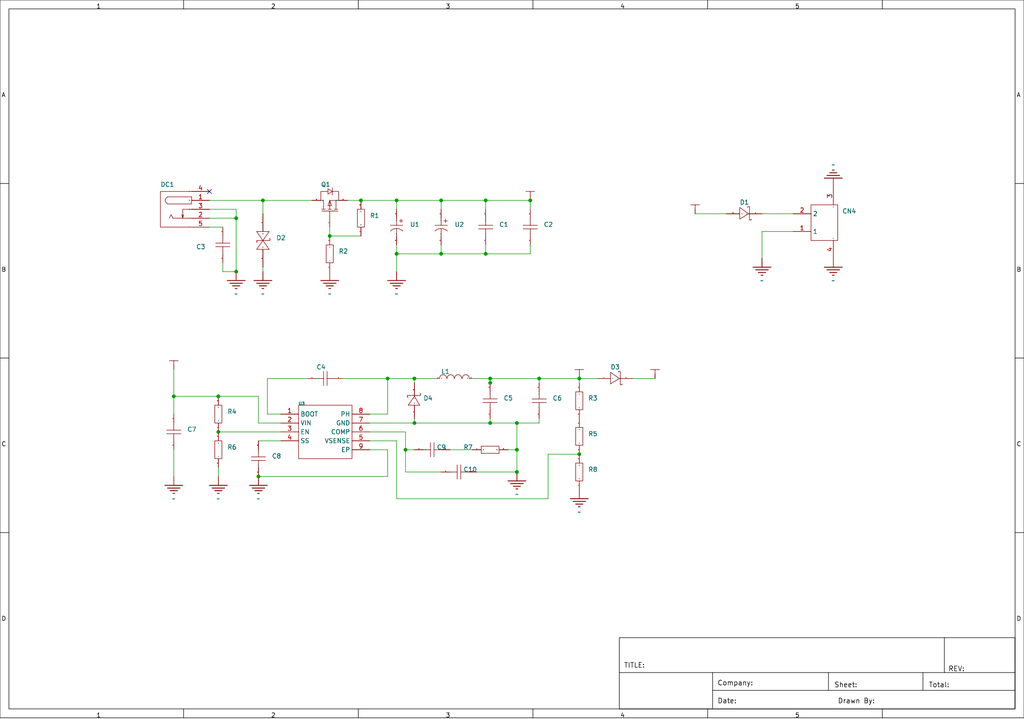
<source format=kicad_sch>
(kicad_sch (version 20231120) (generator "eeschema") (generator_version "8.0")
  (paper "User" 291.846 205.029)
  (lib_symbols
    (symbol "5-Voltage_1" (power) (pin_numbers hide) (pin_names hide)
      (symbol "5-Voltage_1_1_0"
        (polyline (pts (xy -1.27 2.54) (xy 1.27 2.54)))
        (polyline (pts (xy 0 2.54) (xy 0 1.27)))
        (pin power_in line (at 0 0 90) (length 1.27) (name "DCIN-5V") (number "1"))
      )
    )
    (symbol "5-Voltage_2" (power) (pin_numbers hide) (pin_names hide)
      (symbol "5-Voltage_2_1_0"
        (polyline (pts (xy -1.27 2.54) (xy 1.27 2.54)))
        (polyline (pts (xy 0 2.54) (xy 0 1.27)))
        (pin power_in line (at 0 0 90) (length 1.27) (name "VBUS") (number "1"))
      )
    )
    (symbol "5-Voltage_3" (power) (pin_numbers hide) (pin_names hide)
      (symbol "5-Voltage_3_1_0"
        (polyline (pts (xy -1.27 2.54) (xy 1.27 2.54)))
        (polyline (pts (xy 0 2.54) (xy 0 1.27)))
        (pin power_in line (at 0 0 90) (length 1.27) (name "VBUS") (number "1"))
      )
    )
    (symbol "AvaotaA1-easyedapro:0533980271"
      (property "Reference" "CN" (at 0 0 0))
      (symbol "0533980271_1_0"
        (rectangle (start -1.27 -5.08) (end 6.35 5.08))
        (pin unspecified line (at -6.35 2.54 0) (length 5.08) (name "1") (number "1"))
        (pin unspecified line (at -6.35 -2.54 0) (length 5.08) (name "2") (number "2"))
        (pin unspecified line (at 5.08 -10.16 90) (length 5.08) (name "3") (number "3"))
        (pin unspecified line (at 5.08 10.16 270) (length 5.08) (name "4") (number "4"))
      )
    )
    (symbol "AvaotaA1-easyedapro:5-Voltage" (power) (pin_numbers hide) (pin_names hide)
      (symbol "5-Voltage_1_0"
        (polyline (pts (xy -1.27 2.54) (xy 1.27 2.54)))
        (polyline (pts (xy 0 2.54) (xy 0 1.27)))
        (pin power_in line (at 0 0 90) (length 1.27) (name "DCIN-12V") (number "1"))
      )
    )
    (symbol "AvaotaA1-easyedapro:B5819WS_C22624"
      (property "Reference" "D" (at 0 0 0))
      (symbol "B5819WS_C22624_1_0"
        (polyline (pts (xy 1.27 1.524) (xy -1.27 0) (xy -1.27 0) (xy 1.27 -1.778) (xy 1.27 -1.778) (xy 1.27 1.524)))
        (polyline (pts (xy -2.032 1.524) (xy -2.032 1.778) (xy -2.032 1.778) (xy -1.524 1.778) (xy -1.524 1.778) (xy -1.524 -2.032) (xy -1.524 -2.032) (xy -1.016 -2.032) (xy -1.016 -2.032) (xy -1.016 -1.778)))
        (pin unspecified line (at -5.08 0 0) (length 3.81) (name "K") (number "1"))
        (pin unspecified line (at 5.08 0 180) (length 3.81) (name "A") (number "2"))
      )
    )
    (symbol "AvaotaA1-easyedapro:CapAcitance"
      (symbol "CapAcitance_1_0"
        (polyline (pts (xy -0.508 -2.032) (xy -0.508 2.032)))
        (polyline (pts (xy -0.508 0) (xy -2.54 0)))
        (polyline (pts (xy 0.508 2.032) (xy 0.508 -2.032)))
        (polyline (pts (xy 2.54 0) (xy 0.508 0)))
        (pin input line (at -5.08 0 0) (length 2.54) (name "1") (number "1"))
        (pin input line (at 5.08 0 180) (length 2.54) (name "2") (number "2"))
      )
    )
    (symbol "AvaotaA1-easyedapro:DC-044A-A200"
      (property "Reference" "DC" (at 0 0 0))
      (symbol "DC-044A-A200_1_0"
        (polyline (pts (xy 0 -2.54) (xy -0.254 -1.524)))
        (polyline (pts (xy 0 -2.54) (xy 0.254 -1.524)))
        (polyline (pts (xy 2.54 3.556) (xy -4.318 3.556)))
        (polyline (pts (xy 2.54 0) (xy 0 0) (xy 0 0) (xy 0 -2.54)))
        (polyline (pts (xy 2.54 3.556) (xy 2.54 1.524) (xy 2.54 1.524) (xy -4.318 1.524)))
        (polyline (pts (xy 2.54 -2.54) (xy -2.794 -2.54) (xy -2.794 -2.54) (xy -3.302 -1.524) (xy -3.302 -1.524) (xy -3.81 -2.54)))
        (polyline (pts (xy 2.54 5.08) (xy -6.35 5.08) (xy -6.35 5.08) (xy -6.35 -5.08) (xy -6.35 -5.08) (xy 2.54 -5.08)))
        (polyline (pts (xy -4.318 3.556) (xy -4.3688 3.5052) (xy -4.3688 3.5052) (xy -4.445 3.4544) (xy -4.445 3.4544) (xy -4.4958 3.4036) (xy -4.4958 3.4036) (xy -4.5466 3.3528) (xy -4.5466 3.3528) (xy -4.5974 3.302) (xy -4.5974 3.302) (xy -4.6482 3.2512) (xy -4.6482 3.2512) (xy -4.699 3.2004) (xy -4.699 3.2004) (xy -4.7498 3.175) (xy -4.7498 3.175) (xy -4.7752 3.1242) (xy -4.7752 3.1242) (xy -4.826 3.0734) (xy -4.826 3.0734) (xy -4.8514 3.0226) (xy -4.8514 3.0226) (xy -4.8768 2.9718) (xy -4.8768 2.9718) (xy -4.9022 2.921) (xy -4.9022 2.921) (xy -4.9276 2.8956) (xy -4.9276 2.8956) (xy -4.9276 2.8448) (xy -4.9276 2.8448) (xy -4.953 2.794) (xy -4.953 2.794) (xy -4.953 2.7432) (xy -4.953 2.7432) (xy -4.9784 2.7178) (xy -4.9784 2.7178) (xy -4.9784 2.667) (xy -4.9784 2.667) (xy -4.9784 2.6162) (xy -4.9784 2.6162) (xy -4.9784 2.5908) (xy -4.9784 2.5908) (xy -4.9784 2.54) (xy -4.9784 2.54) (xy -4.9784 2.4892) (xy -4.9784 2.4892) (xy -4.9784 2.4638) (xy -4.9784 2.4638) (xy -4.9784 2.413) (xy -4.9784 2.413) (xy -4.953 2.3622) (xy -4.953 2.3622) (xy -4.953 2.3368) (xy -4.953 2.3368) (xy -4.9276 2.286) (xy -4.9276 2.286) (xy -4.9276 2.2606) (xy -4.9276 2.2606) (xy -4.9022 2.2098) (xy -4.9022 2.2098) (xy -4.9022 2.1844) (xy -4.9022 2.1844) (xy -4.8768 2.159) (xy -4.8768 2.159) (xy -4.8514 2.1082) (xy -4.8514 2.1082) (xy -4.8514 2.0828) (xy -4.8514 2.0828) (xy -4.826 2.032) (xy -4.826 2.032) (xy -4.8006 2.0066) (xy -4.8006 2.0066) (xy -4.7752 1.9812) (xy -4.7752 1.9812) (xy -4.7498 1.9558) (xy -4.7498 1.9558) (xy -4.7244 1.905) (xy -4.7244 1.905) (xy -4.699 1.8796) (xy -4.699 1.8796) (xy -4.6736 1.8542) (xy -4.6736 1.8542) (xy -4.6482 1.8288) (xy -4.6482 1.8288) (xy -4.6482 1.8034) (xy -4.6482 1.8034) (xy -4.6228 1.778) (xy -4.6228 1.778) (xy -4.5974 1.7526) (xy -4.5974 1.7526) (xy -4.572 1.7272) (xy -4.572 1.7272) (xy -4.5466 1.7018) (xy -4.5466 1.7018) (xy -4.5212 1.6764) (xy -4.5212 1.6764) (xy -4.4958 1.6764) (xy -4.4958 1.6764) (xy -4.4704 1.651) (xy -4.4704 1.651) (xy -4.445 1.6256) (xy -4.445 1.6256) (xy -4.445 1.6002) (xy -4.445 1.6002) (xy -4.4196 1.6002) (xy -4.4196 1.6002) (xy -4.3942 1.5748) (xy -4.3942 1.5748) (xy -4.3942 1.5748) (xy -4.3942 1.5748) (xy -4.3688 1.5494) (xy -4.3688 1.5494) (xy -4.3434 1.5494) (xy -4.3434 1.5494) (xy -4.3434 1.5494) (xy -4.3434 1.5494) (xy -4.3434 1.524) (xy -4.3434 1.524) (xy -4.318 1.524) (xy -4.318 1.524) (xy -4.318 1.524) (xy -4.318 1.524) (xy -4.318 1.524) (xy -4.318 1.524) (xy -4.318 1.524) (xy -4.318 1.524) (xy -4.318 1.524)))
        (pin unspecified line (at 7.62 2.54 180) (length 5.08) (name "1") (number "1"))
        (pin unspecified line (at 7.62 -2.54 180) (length 5.08) (name "2") (number "2"))
        (pin unspecified line (at 7.62 0 180) (length 5.08) (name "3") (number "3"))
        (pin unspecified line (at 7.62 5.08 180) (length 5.08) (name "4") (number "4"))
        (pin unspecified line (at 7.62 -5.08 180) (length 5.08) (name "5") (number "5"))
      )
    )
    (symbol "AvaotaA1-easyedapro:FXL0630-4R7-M"
      (property "Reference" "L" (at 0 0 0))
      (symbol "FXL0630-4R7-M_1_0"
        (polyline (pts (xy -4.2672 0) (xy -4.2164 0.4064) (xy -4.2164 0.4064) (xy -4.0132 0.762) (xy -4.0132 0.762) (xy -3.6576 1.016) (xy -3.6576 1.016) (xy -3.2512 1.0922) (xy -3.2512 1.0922) (xy -2.8702 1.016) (xy -2.8702 1.016) (xy -2.5146 0.762) (xy -2.5146 0.762) (xy -2.3114 0.4064) (xy -2.3114 0.4064) (xy -2.2606 0)))
        (polyline (pts (xy -2.1082 0) (xy -2.0828 0.4064) (xy -2.0828 0.4064) (xy -1.8542 0.762) (xy -1.8542 0.762) (xy -1.4986 1.016) (xy -1.4986 1.016) (xy -1.1176 1.0922) (xy -1.1176 1.0922) (xy -0.7112 1.016) (xy -0.7112 1.016) (xy -0.3556 0.762) (xy -0.3556 0.762) (xy -0.1524 0.4064) (xy -0.1524 0.4064) (xy -0.1016 0)))
        (polyline (pts (xy 0 0) (xy 0.0508 0.4064) (xy 0.0508 0.4064) (xy 0.2794 0.762) (xy 0.2794 0.762) (xy 0.6096 1.016) (xy 0.6096 1.016) (xy 1.016 1.0922) (xy 1.016 1.0922) (xy 1.4224 1.016) (xy 1.4224 1.016) (xy 1.7526 0.762) (xy 1.7526 0.762) (xy 1.9812 0.4064) (xy 1.9812 0.4064) (xy 2.032 0)))
        (polyline (pts (xy 2.2098 0) (xy 2.2352 0.4064) (xy 2.2352 0.4064) (xy 2.4638 0.762) (xy 2.4638 0.762) (xy 2.8194 1.016) (xy 2.8194 1.016) (xy 3.2004 1.0922) (xy 3.2004 1.0922) (xy 3.6068 1.016) (xy 3.6068 1.016) (xy 3.9624 0.762) (xy 3.9624 0.762) (xy 4.1656 0.4064) (xy 4.1656 0.4064) (xy 4.2164 0)))
        (pin unspecified line (at -5.08 0 0) (length 0.762) (name "1") (number "1"))
        (pin unspecified line (at 5.08 0 180) (length 0.762) (name "2") (number "2"))
      )
    )
    (symbol "AvaotaA1-easyedapro:Ground-GND" (power) (pin_numbers hide) (pin_names hide)
      (symbol "Ground-GND_1_0"
        (polyline (pts (xy -2.54 -2.54) (xy 2.54 -2.54)) (stroke (width 0.254)))
        (polyline (pts (xy -1.778 -3.302) (xy 1.778 -3.302)) (stroke (width 0.254)))
        (polyline (pts (xy -1.016 -4.064) (xy 1.016 -4.064)) (stroke (width 0.254)))
        (polyline (pts (xy -0.254 -4.826) (xy 0.254 -4.826)) (stroke (width 0.254)))
        (pin power_in line (at 0 0 270) (length 2.54) (name "") (number "1"))
      )
    )
    (symbol "AvaotaA1-easyedapro:RVT1H101M0607"
      (property "Reference" "U" (at 0 0 0))
      (symbol "RVT1H101M0607_1_0"
        (polyline (pts (xy -2.54 0) (xy -0.508 0)))
        (polyline (pts (xy -2.286 1.27) (xy -1.27 1.27)))
        (polyline (pts (xy -1.778 1.778) (xy -1.778 0.762)))
        (polyline (pts (xy -0.508 1.778) (xy -0.508 -1.778)))
        (polyline (pts (xy 0.508 0) (xy 2.54 0)))
        (arc (start 1.143 1.778) (mid 0.4065 0.0179) (end 1.1176 -1.7526))
        (pin input line (at -5.08 0 0) (length 2.54) (name "1") (number "1"))
        (pin input line (at 5.08 0 180) (length 2.54) (name "2") (number "2"))
      )
    )
    (symbol "AvaotaA1-easyedapro:SMCJ15CA_C438202"
      (property "Reference" "D" (at 0 0 0))
      (symbol "SMCJ15CA_C438202_1_0"
        (polyline (pts (xy -2.54 -1.778) (xy 0 0) (xy 0 0) (xy -2.54 1.778) (xy -2.54 1.778) (xy -2.54 -1.778)))
        (polyline (pts (xy 2.54 1.778) (xy 0 0) (xy 0 0) (xy 2.54 -1.778) (xy 2.54 -1.778) (xy 2.54 1.778)))
        (polyline (pts (xy -0.508 1.524) (xy -0.508 1.778) (xy -0.508 1.778) (xy 0 1.778) (xy 0 1.778) (xy 0 -2.032) (xy 0 -2.032) (xy 0.508 -2.032) (xy 0.508 -2.032) (xy 0.508 -1.778)))
        (pin unspecified line (at -7.62 0 0) (length 5.08) (name "1") (number "1"))
        (pin unspecified line (at 7.62 0 180) (length 5.08) (name "2") (number "2"))
      )
    )
    (symbol "AvaotaA1-easyedapro:SS54_C22452"
      (property "Reference" "D" (at 0 0 0))
      (symbol "SS54_C22452_1_0"
        (polyline (pts (xy 1.27 1.524) (xy -1.27 0) (xy -1.27 0) (xy 1.27 -1.778) (xy 1.27 -1.778) (xy 1.27 1.524)))
        (polyline (pts (xy -2.032 1.524) (xy -2.032 1.778) (xy -2.032 1.778) (xy -1.524 1.778) (xy -1.524 1.778) (xy -1.524 -2.032) (xy -1.524 -2.032) (xy -1.016 -2.032) (xy -1.016 -2.032) (xy -1.016 -1.778)))
        (pin unspecified line (at 5.08 0 180) (length 3.81) (name "A") (number "1"))
        (pin unspecified line (at -5.08 0 0) (length 3.81) (name "K") (number "2"))
      )
    )
    (symbol "AvaotaA1-easyedapro:Sheet_A4"
      (symbol "Sheet_A4_1_0"
        (polyline (pts (xy 2.54 -151.892) (xy 0 -151.892)) (stroke (width 0) (color 0 0 0 1)))
        (polyline (pts (xy 2.54 -102.108) (xy 0 -102.108)) (stroke (width 0) (color 0 0 0 1)))
        (polyline (pts (xy 2.54 -52.324) (xy 0 -52.324)) (stroke (width 0) (color 0 0 0 1)))
        (polyline (pts (xy 52.324 -202.184) (xy 52.324 -204.724)) (stroke (width 0) (color 0 0 0 1)))
        (polyline (pts (xy 52.324 -2.54) (xy 52.324 0)) (stroke (width 0) (color 0 0 0 1)))
        (polyline (pts (xy 102.108 -202.184) (xy 102.108 -204.724)) (stroke (width 0) (color 0 0 0 1)))
        (polyline (pts (xy 102.108 -2.54) (xy 102.108 0)) (stroke (width 0) (color 0 0 0 1)))
        (polyline (pts (xy 151.892 -202.184) (xy 151.892 -204.724)) (stroke (width 0) (color 0 0 0 1)))
        (polyline (pts (xy 151.892 -2.54) (xy 151.892 0)) (stroke (width 0) (color 0 0 0 1)))
        (polyline (pts (xy 176.5554 -191.8208) (xy 289.2044 -191.8208)) (stroke (width 0) (color 0 0 0 1)))
        (polyline (pts (xy 201.676 -202.184) (xy 201.676 -204.724)) (stroke (width 0) (color 0 0 0 1)))
        (polyline (pts (xy 201.676 -2.54) (xy 201.676 0)) (stroke (width 0) (color 0 0 0 1)))
        (polyline (pts (xy 203.0984 -196.9008) (xy 289.2044 -196.9008)) (stroke (width 0) (color 0 0 0 1)))
        (polyline (pts (xy 203.0984 -191.8208) (xy 203.0984 -201.9808)) (stroke (width 0) (color 0 0 0 1)))
        (polyline (pts (xy 236.1184 -191.8208) (xy 236.1184 -196.9008)) (stroke (width 0) (color 0 0 0 1)))
        (polyline (pts (xy 251.46 -202.184) (xy 251.46 -204.724)) (stroke (width 0) (color 0 0 0 1)))
        (polyline (pts (xy 251.46 -2.54) (xy 251.46 0)) (stroke (width 0) (color 0 0 0 1)))
        (polyline (pts (xy 263.0424 -191.8208) (xy 263.0424 -196.9008)) (stroke (width 0) (color 0 0 0 1)))
        (polyline (pts (xy 269.1384 -181.864) (xy 269.1384 -191.8208)) (stroke (width 0) (color 0 0 0 1)))
        (polyline (pts (xy 289.306 -151.892) (xy 291.846 -151.892)) (stroke (width 0) (color 0 0 0 1)))
        (polyline (pts (xy 289.306 -102.108) (xy 291.846 -102.108)) (stroke (width 0) (color 0 0 0 1)))
        (polyline (pts (xy 289.306 -52.324) (xy 291.846 -52.324)) (stroke (width 0) (color 0 0 0 1)))
        (rectangle (start 0 0) (end 291.846 -204.724) (stroke (width 0) (color 0 0 0 1)))
        (rectangle (start 2.54 -2.54) (end 289.306 -202.184) (stroke (width 0) (color 0 0 0 1)))
        (rectangle (start 176.5046 -181.864) (end 289.2806 -202.184) (stroke (width 0) (color 0 0 0 1)))
        (text "1" (at 27.432 -204.6732 0) (effects (font (size 1.2192 1.2192)) (justify left bottom)))
        (text "1" (at 27.432 -2.4892 0) (effects (font (size 1.2192 1.2192)) (justify left bottom)))
        (text "2" (at 77.216 -204.6732 0) (effects (font (size 1.2192 1.2192)) (justify left bottom)))
        (text "2" (at 77.216 -2.4892 0) (effects (font (size 1.2192 1.2192)) (justify left bottom)))
        (text "3" (at 127 -204.6732 0) (effects (font (size 1.2192 1.2192)) (justify left bottom)))
        (text "3" (at 127 -2.4892 0) (effects (font (size 1.2192 1.2192)) (justify left bottom)))
        (text "4" (at 176.784 -204.6732 0) (effects (font (size 1.2192 1.2192)) (justify left bottom)))
        (text "4" (at 176.784 -2.4892 0) (effects (font (size 1.2192 1.2192)) (justify left bottom)))
        (text "5" (at 226.568 -204.6732 0) (effects (font (size 1.2192 1.2192)) (justify left bottom)))
        (text "5" (at 226.568 -2.4892 0) (effects (font (size 1.2192 1.2192)) (justify left bottom)))
        (text "A" (at 0.381 -27.7622 0) (effects (font (size 1.2192 1.2192)) (justify left bottom)))
        (text "A" (at 289.687 -27.7622 0) (effects (font (size 1.2192 1.2192)) (justify left bottom)))
        (text "B" (at 0.381 -77.5462 0) (effects (font (size 1.2192 1.2192)) (justify left bottom)))
        (text "B" (at 289.687 -77.5462 0) (effects (font (size 1.2192 1.2192)) (justify left bottom)))
        (text "C" (at 0.381 -127.3302 0) (effects (font (size 1.2192 1.2192)) (justify left bottom)))
        (text "C" (at 289.687 -127.3302 0) (effects (font (size 1.2192 1.2192)) (justify left bottom)))
        (text "Company:" (at 204.4446 -195.5546 0) (effects (font (size 1.397 1.397)) (justify left bottom)))
        (text "D" (at 0.381 -177.1142 0) (effects (font (size 1.2192 1.2192)) (justify left bottom)))
        (text "D" (at 289.687 -177.1142 0) (effects (font (size 1.2192 1.2192)) (justify left bottom)))
        (text "Date:" (at 204.47 -200.66 0) (effects (font (size 1.397 1.397)) (justify left bottom)))
        (text "Drawn By:" (at 238.76 -200.66 0) (effects (font (size 1.397 1.397)) (justify left bottom)))
        (text "REV:" (at 270.256 -191.516 0) (effects (font (size 1.397 1.397)) (justify left bottom)))
        (text "Sheet:" (at 237.744 -196.088 0) (effects (font (size 1.397 1.397)) (justify left bottom)))
        (text "TITLE:" (at 177.8 -190.5 0) (effects (font (size 1.397 1.397)) (justify left bottom)))
        (text "Total:" (at 264.668 -196.088 0) (effects (font (size 1.397 1.397)) (justify left bottom)))
      )
    )
    (symbol "AvaotaA1-easyedapro:TPS54531DDAR"
      (property "Reference" "U" (at 0 0 0))
      (symbol "TPS54531DDAR_1_0"
        (rectangle (start -7.62 -7.62) (end 7.62 7.62))
        (pin input line (at -12.7 5.08 0) (length 5.08) (name "BOOT") (number "1"))
        (pin input line (at -12.7 2.54 0) (length 5.08) (name "VIN") (number "2"))
        (pin input line (at -12.7 0 0) (length 5.08) (name "EN") (number "3"))
        (pin input line (at -12.7 -2.54 0) (length 5.08) (name "SS") (number "4"))
        (pin input line (at 12.7 -2.54 180) (length 5.08) (name "VSENSE") (number "5"))
        (pin input line (at 12.7 0 180) (length 5.08) (name "COMP") (number "6"))
        (pin input line (at 12.7 2.54 180) (length 5.08) (name "GND") (number "7"))
        (pin input line (at 12.7 5.08 180) (length 5.08) (name "PH") (number "8"))
        (pin input line (at 12.7 -5.08 180) (length 5.08) (name "EP") (number "9"))
      )
    )
    (symbol "AvaotaA1-easyedapro:YJL2305A"
      (property "Reference" "Q" (at 0 0 0))
      (symbol "YJL2305A_1_0"
        (polyline (pts (xy -5.08 0) (xy -3.048 0)))
        (polyline (pts (xy -3.048 2.286) (xy -3.048 -2.286)))
        (polyline (pts (xy -2.54 -2.286) (xy -2.54 -1.27)))
        (polyline (pts (xy -2.54 -0.508) (xy -2.54 0.508)))
        (polyline (pts (xy -2.54 2.286) (xy -2.54 1.27)))
        (polyline (pts (xy 0 -1.778) (xy -2.54 -1.778)))
        (polyline (pts (xy 0 0) (xy -1.524 -0.508) (xy -1.524 -0.508) (xy -1.524 0.508) (xy -1.524 0.508) (xy 0 0)))
        (polyline (pts (xy 2.54 -0.762) (xy 1.778 0.508) (xy 1.778 0.508) (xy 3.302 0.508) (xy 3.302 0.508) (xy 2.54 -0.762)))
        (polyline (pts (xy 3.556 -0.762) (xy 3.048 -0.762) (xy 3.048 -0.762) (xy 2.032 -0.762) (xy 2.032 -0.762) (xy 1.524 -0.762)))
        (polyline (pts (xy -2.54 0) (xy 0 0) (xy 0 0) (xy 0 -2.54) (xy 0 -2.54) (xy 2.54 -2.54) (xy 2.54 -2.54) (xy 2.54 -0.762)))
        (polyline (pts (xy -2.54 1.778) (xy 0 1.778) (xy 0 1.778) (xy 0 2.54) (xy 0 2.54) (xy 2.54 2.54) (xy 2.54 2.54) (xy 2.54 0.508)))
        (pin unspecified line (at -7.62 0 0) (length 2.54) (name "G") (number "1"))
        (pin unspecified line (at 0 -5.08 90) (length 2.54) (name "S") (number "2"))
        (pin unspecified line (at 0 5.08 270) (length 2.54) (name "D") (number "3"))
      )
    )
    (symbol "AvaotaA1-easyedapro:电阻"
      (symbol "电阻_1_0"
        (rectangle (start -2.54 1.016) (end 2.54 -1.016))
        (pin input line (at -5.08 0 0) (length 2.54) (name "1") (number "1"))
        (pin input line (at 5.08 0 180) (length 2.54) (name "2") (number "2"))
      )
    )
  )
  (junction (at 113.03 72.39))
  (junction (at 74.93 57.15))
  (junction (at 138.43 57.15))
  (junction (at 62.23 123.19))
  (junction (at 62.23 113.03))
  (junction (at 115.57 128.27))
  (junction (at 67.31 62.23))
  (junction (at 118.11 120.65))
  (junction (at 139.7 120.65))
  (junction (at 147.32 120.65))
  (junction (at 125.73 72.39))
  (junction (at 93.98 67.31))
  (junction (at 67.31 77.47))
  (junction (at 125.73 57.15))
  (junction (at 165.1 107.95))
  (junction (at 147.32 128.27))
  (junction (at 73.66 135.89))
  (junction (at 110.49 107.95))
  (junction (at 113.03 57.15))
  (junction (at 147.32 134.62))
  (junction (at 102.87 57.15))
  (junction (at 153.67 107.95))
  (junction (at 139.7 109.1946))
  (junction (at 138.43 72.39))
  (junction (at 118.11 107.95))
  (junction (at 49.53 113.03))
  (junction (at 139.7 107.95))
  (junction (at 151.13 57.15))
  (junction (at 165.1 129.54))
  (no_connect (at 59.69 54.61))
  (wire (pts (xy 147.32 120.65) (xy 153.67 120.65)))
  (wire (pts (xy 139.7 107.95) (xy 153.67 107.95)))
  (wire (pts (xy 147.32 134.62) (xy 135.89 134.62)))
  (wire (pts (xy 74.93 76.2) (xy 74.93 77.47)))
  (wire (pts (xy 110.49 107.95) (xy 110.49 118.11)))
  (wire (pts (xy 115.57 128.27) (xy 118.11 128.27)))
  (wire (pts (xy 76.2 118.11) (xy 80.01 118.11)))
  (wire (pts (xy 49.53 113.03) (xy 49.53 105.41)))
  (wire (pts (xy 93.98 67.31) (xy 93.98 64.77)))
  (wire (pts (xy 134.62 107.95) (xy 139.7 107.95)))
  (wire (pts (xy 118.11 107.95) (xy 110.49 107.95)))
  (wire (pts (xy 198.12 60.96) (xy 207.01 60.96)))
  (wire (pts (xy 147.32 134.62) (xy 147.32 128.27)))
  (wire (pts (xy 73.66 113.03) (xy 73.66 120.65)))
  (wire (pts (xy 153.67 107.95) (xy 153.67 109.22)))
  (wire (pts (xy 115.57 123.19) (xy 105.41 123.19)))
  (wire (pts (xy 156.21 129.54) (xy 165.1 129.54)))
  (wire (pts (xy 113.03 72.39) (xy 113.03 77.47)))
  (wire (pts (xy 118.11 120.65) (xy 139.7 120.65)))
  (wire (pts (xy 153.67 107.95) (xy 165.1 107.95)))
  (wire (pts (xy 139.7 120.65) (xy 147.32 120.65)))
  (wire (pts (xy 118.11 119.38) (xy 118.11 120.65)))
  (wire (pts (xy 67.31 77.47) (xy 67.31 62.23)))
  (wire (pts (xy 125.73 57.15) (xy 113.03 57.15)))
  (wire (pts (xy 102.87 67.31) (xy 93.98 67.31)))
  (wire (pts (xy 125.73 134.62) (xy 115.57 134.62)))
  (wire (pts (xy 67.31 59.69) (xy 67.31 62.23)))
  (wire (pts (xy 139.7 107.95) (xy 139.7 109.1946)))
  (wire (pts (xy 99.06 57.15) (xy 102.87 57.15)))
  (wire (pts (xy 139.7 119.38) (xy 139.7 120.65)))
  (wire (pts (xy 113.03 72.39) (xy 113.03 69.85)))
  (wire (pts (xy 73.66 125.73) (xy 80.01 125.73)))
  (wire (pts (xy 110.49 128.27) (xy 110.49 135.89)))
  (wire (pts (xy 226.06 60.96) (xy 217.17 60.96)))
  (wire (pts (xy 113.03 125.73) (xy 113.03 142.24)))
  (wire (pts (xy 151.13 72.39) (xy 151.13 69.85)))
  (wire (pts (xy 113.03 57.15) (xy 113.03 59.69)))
  (wire (pts (xy 186.69 107.95) (xy 180.34 107.95)))
  (wire (pts (xy 62.23 123.19) (xy 80.01 123.19)))
  (wire (pts (xy 62.23 135.89) (xy 62.23 133.35)))
  (wire (pts (xy 63.5 74.93) (xy 63.5 77.47)))
  (wire (pts (xy 125.73 69.85) (xy 125.73 72.39)))
  (wire (pts (xy 49.53 118.11) (xy 49.53 113.03)))
  (wire (pts (xy 115.57 128.27) (xy 115.57 123.19)))
  (wire (pts (xy 73.66 113.03) (xy 62.23 113.03)))
  (wire (pts (xy 59.69 64.77) (xy 63.5 64.77)))
  (wire (pts (xy 105.41 120.65) (xy 118.11 120.65)))
  (wire (pts (xy 151.13 57.15) (xy 138.43 57.15)))
  (wire (pts (xy 139.7 109.1946) (xy 139.7 109.22)))
  (wire (pts (xy 76.2 107.95) (xy 76.2 118.11)))
  (wire (pts (xy 226.06 66.04) (xy 217.17 66.04)))
  (wire (pts (xy 97.79 107.95) (xy 110.49 107.95)))
  (wire (pts (xy 76.2 107.95) (xy 87.63 107.95)))
  (wire (pts (xy 74.93 60.96) (xy 74.93 57.15)))
  (wire (pts (xy 153.67 119.38) (xy 153.67 120.65)))
  (wire (pts (xy 138.43 57.15) (xy 125.73 57.15)))
  (wire (pts (xy 118.11 107.95) (xy 118.11 109.22)))
  (wire (pts (xy 138.43 57.15) (xy 138.43 59.69)))
  (wire (pts (xy 138.43 72.39) (xy 125.73 72.39)))
  (wire (pts (xy 147.32 128.27) (xy 147.32 120.65)))
  (wire (pts (xy 105.41 128.27) (xy 110.49 128.27)))
  (wire (pts (xy 128.27 128.27) (xy 134.62 128.27)))
  (wire (pts (xy 49.53 113.03) (xy 62.23 113.03)))
  (wire (pts (xy 59.69 62.23) (xy 67.31 62.23)))
  (wire (pts (xy 110.49 118.11) (xy 105.41 118.11)))
  (wire (pts (xy 151.13 57.15) (xy 151.13 59.69)))
  (wire (pts (xy 156.21 129.54) (xy 156.21 142.24)))
  (wire (pts (xy 110.49 135.89) (xy 73.66 135.89)))
  (wire (pts (xy 105.41 125.73) (xy 113.03 125.73)))
  (wire (pts (xy 151.13 72.39) (xy 138.43 72.39)))
  (wire (pts (xy 113.03 57.15) (xy 102.87 57.15)))
  (wire (pts (xy 125.73 59.69) (xy 125.73 57.15)))
  (wire (pts (xy 165.1 109.22) (xy 165.1 107.95)))
  (wire (pts (xy 144.78 128.27) (xy 147.32 128.27)))
  (wire (pts (xy 124.46 107.95) (xy 118.11 107.95)))
  (wire (pts (xy 217.17 73.66) (xy 217.17 66.04)))
  (wire (pts (xy 59.69 59.69) (xy 67.31 59.69)))
  (wire (pts (xy 113.03 72.39) (xy 125.73 72.39)))
  (wire (pts (xy 115.57 128.27) (xy 115.57 134.62)))
  (wire (pts (xy 74.93 57.15) (xy 88.9 57.15)))
  (wire (pts (xy 63.5 77.47) (xy 67.31 77.47)))
  (wire (pts (xy 59.69 57.15) (xy 74.93 57.15)))
  (wire (pts (xy 165.1 107.95) (xy 170.18 107.95)))
  (wire (pts (xy 49.53 128.27) (xy 49.53 135.89)))
  (wire (pts (xy 80.01 120.65) (xy 73.66 120.65)))
  (wire (pts (xy 138.43 72.39) (xy 138.43 69.85)))
  (wire (pts (xy 113.03 142.24) (xy 156.21 142.24)))
  (symbol (lib_name "5-Voltage_3") (lib_id "AvaotaA1-easyedapro:5-Voltage") (at 198.12 60.96 0) (unit 1)
    (property "Reference" "#PWR?" (effects (hide yes)))
    (property "Value" "VBUS" (effects (hide yes)))
    (property "Footprint" "AvaotaA1-easyedapro:" (effects (hide yes)))
    (property "Description" "Power-5V" (effects (hide yes)))
  )
  (symbol (lib_id "AvaotaA1-easyedapro:电阻") (at 62.23 118.11 90) (unit 1)
    (property "Reference" "R4" (at 64.77 118.11 90) (effects (justify right top)))
    (property "Value" "665K" (effects (hide yes)))
    (property "Footprint" "AvaotaA1-easyedapro:R0603" (effects (hide yes)))
  )
  (symbol (lib_id "AvaotaA1-easyedapro:Ground-GND") (at 67.31 77.47 0) (unit 1)
    (property "Reference" "#PWR?" (effects (hide yes)))
    (property "Footprint" "AvaotaA1-easyedapro:" (effects (hide yes)))
  )
  (symbol (lib_id "AvaotaA1-easyedapro:CapAcitance") (at 138.43 64.77 90) (unit 1)
    (property "Reference" "C1" (at 142.24 64.77 90) (effects (justify right top)))
    (property "Value" "100nF" (effects (hide yes)))
    (property "Footprint" "AvaotaA1-easyedapro:C0402" (effects (hide yes)))
  )
  (symbol (lib_id "AvaotaA1-easyedapro:TPS54531DDAR") (at 92.71 123.19 0) (unit 1)
    (property "Reference" "U3" (at 85.09 115.57 0) (effects (font (size 0.8382 0.8382)) (justify left bottom)))
    (property "Footprint" "AvaotaA1-easyedapro:SOIC-8_L5.0-W4.0-P1.27-LS6.0-BL-EP2.0" (effects (hide yes)))
    (property "Datasheet" "https://www.ti.com/cn/lit/gpn/tps54531" (effects (hide yes)))
    (property "Description" "功能类型:降压型;输出类型:可调;输入电压:3.5V~28V;输出电压:800mV~26.04V;输出电流(最大值):5A;" (effects (hide yes)))
    (property "Manufacturer Part" "TPS54531DDAR" (effects (hide yes)))
    (property "Manufacturer" "TI(德州仪器)" (effects (hide yes)))
    (property "Supplier Part" "C50605" (effects (hide yes)))
    (property "Supplier" "LCSC" (effects (hide yes)))
    (property "LCSC Part Name" "TPS54531DDAR" (effects (hide yes)))
  )
  (symbol (lib_id "AvaotaA1-easyedapro:5-Voltage") (at 151.13 57.15 0) (unit 1)
    (property "Reference" "#PWR?" (effects (hide yes)))
    (property "Value" "DCIN-12V" (effects (hide yes)))
    (property "Footprint" "AvaotaA1-easyedapro:" (effects (hide yes)))
    (property "Description" "Power-5V" (effects (hide yes)))
  )
  (symbol (lib_id "AvaotaA1-easyedapro:CapAcitance") (at 151.13 64.77 90) (unit 1)
    (property "Reference" "C2" (at 154.94 64.77 90) (effects (justify right top)))
    (property "Value" "100nF" (effects (hide yes)))
    (property "Footprint" "AvaotaA1-easyedapro:C0402" (effects (hide yes)))
  )
  (symbol (lib_id "AvaotaA1-easyedapro:B5819WS_C22624") (at 212.09 60.96 180) (unit 1)
    (property "Reference" "D1" (at 210.82 58.42 0) (effects (justify right top)))
    (property "Footprint" "AvaotaA1-easyedapro:SOD-323_L1.8-W1.3-LS2.5-RD" (effects (hide yes)))
    (property "Datasheet" "https://atta.szlcsc.com/upload/public/pdf/source/20150407/1457707273359.pdf" (effects (hide yes)))
    (property "Description" "正向压降(Vf):600mV@1A;直流反向耐压(Vr):40V;平均整流电流(Io):1A;" (effects (hide yes)))
    (property "Manufacturer Part" "B5819WS" (effects (hide yes)))
    (property "Manufacturer" "CJ(江苏长电/长晶)" (effects (hide yes)))
    (property "Supplier Part" "C22624" (effects (hide yes)))
    (property "Supplier" "LCSC" (effects (hide yes)))
    (property "LCSC Part Name" "电压:40V 电流:1A" (effects (hide yes)))
  )
  (symbol (lib_id "AvaotaA1-easyedapro:Ground-GND") (at 165.1 139.7 0) (unit 1)
    (property "Reference" "#PWR?" (effects (hide yes)))
    (property "Footprint" "AvaotaA1-easyedapro:" (effects (hide yes)))
  )
  (symbol (lib_id "AvaotaA1-easyedapro:Ground-GND") (at 74.93 77.47 0) (unit 1)
    (property "Reference" "#PWR?" (effects (hide yes)))
    (property "Footprint" "AvaotaA1-easyedapro:" (effects (hide yes)))
  )
  (symbol (lib_id "AvaotaA1-easyedapro:CapAcitance") (at 92.71 107.95 0) (unit 1)
    (property "Reference" "C4" (at 90.17 105.41 0) (effects (justify left bottom)))
    (property "Value" "100nF" (effects (hide yes)))
    (property "Footprint" "AvaotaA1-easyedapro:C0402" (effects (hide yes)))
  )
  (symbol (lib_id "AvaotaA1-easyedapro:Ground-GND") (at 217.17 73.66 0) (unit 1)
    (property "Reference" "#PWR?" (effects (hide yes)))
    (property "Footprint" "AvaotaA1-easyedapro:" (effects (hide yes)))
  )
  (symbol (lib_id "AvaotaA1-easyedapro:CapAcitance") (at 153.67 114.3 90) (unit 1)
    (property "Reference" "C6" (at 157.48 114.3 90) (effects (justify right top)))
    (property "Value" "47uF" (effects (hide yes)))
    (property "Footprint" "AvaotaA1-easyedapro:C0402" (effects (hide yes)))
  )
  (symbol (lib_id "AvaotaA1-easyedapro:CapAcitance") (at 123.19 128.27 0) (unit 1)
    (property "Reference" "C9" (at 124.46 128.27 0) (effects (justify left bottom)))
    (property "Value" "2200pF" (effects (hide yes)))
    (property "Footprint" "AvaotaA1-easyedapro:C0402" (effects (hide yes)))
  )
  (symbol (lib_id "AvaotaA1-easyedapro:Ground-GND") (at 49.53 135.89 0) (unit 1)
    (property "Reference" "#PWR?" (effects (hide yes)))
    (property "Footprint" "AvaotaA1-easyedapro:" (effects (hide yes)))
  )
  (symbol (lib_id "AvaotaA1-easyedapro:CapAcitance") (at 63.5 69.85 90) (unit 1)
    (property "Reference" "C3" (at 55.88 71.12 90) (effects (justify right top)))
    (property "Value" "100nF" (effects (hide yes)))
    (property "Footprint" "AvaotaA1-easyedapro:C0402" (effects (hide yes)))
  )
  (symbol (lib_name "5-Voltage_2") (lib_id "AvaotaA1-easyedapro:5-Voltage") (at 186.69 107.95 0) (unit 1)
    (property "Reference" "#PWR?" (effects (hide yes)))
    (property "Value" "VBUS" (effects (hide yes)))
    (property "Footprint" "AvaotaA1-easyedapro:" (effects (hide yes)))
    (property "Description" "Power-5V" (effects (hide yes)))
  )
  (symbol (lib_id "AvaotaA1-easyedapro:Ground-GND") (at 113.03 77.47 0) (unit 1)
    (property "Reference" "#PWR?" (effects (hide yes)))
    (property "Footprint" "AvaotaA1-easyedapro:" (effects (hide yes)))
  )
  (symbol (lib_id "AvaotaA1-easyedapro:电阻") (at 165.1 124.46 90) (unit 1)
    (property "Reference" "R5" (at 167.64 124.46 90) (effects (justify right top)))
    (property "Value" "10.2K" (effects (hide yes)))
    (property "Footprint" "AvaotaA1-easyedapro:R0603" (effects (hide yes)))
  )
  (symbol (lib_id "AvaotaA1-easyedapro:Ground-GND") (at 237.49 73.66 0) (unit 1)
    (property "Reference" "#PWR?" (effects (hide yes)))
    (property "Footprint" "AvaotaA1-easyedapro:" (effects (hide yes)))
  )
  (symbol (lib_id "AvaotaA1-easyedapro:Ground-GND") (at 147.32 134.62 0) (unit 1)
    (property "Reference" "#PWR?" (effects (hide yes)))
    (property "Footprint" "AvaotaA1-easyedapro:" (effects (hide yes)))
  )
  (symbol (lib_id "AvaotaA1-easyedapro:CapAcitance") (at 49.53 123.19 90) (unit 1)
    (property "Reference" "C7" (at 53.34 123.19 90) (effects (justify right top)))
    (property "Value" "100nF" (effects (hide yes)))
    (property "Footprint" "AvaotaA1-easyedapro:C0402" (effects (hide yes)))
  )
  (symbol (lib_id "AvaotaA1-easyedapro:Ground-GND") (at 93.98 77.47 0) (unit 1)
    (property "Reference" "#PWR?" (effects (hide yes)))
    (property "Footprint" "AvaotaA1-easyedapro:" (effects (hide yes)))
  )
  (symbol (lib_id "AvaotaA1-easyedapro:电阻") (at 165.1 134.62 90) (unit 1)
    (property "Reference" "R8" (at 167.64 134.62 90) (effects (justify right top)))
    (property "Value" "1.96K" (effects (hide yes)))
    (property "Footprint" "AvaotaA1-easyedapro:R0603" (effects (hide yes)))
  )
  (symbol (lib_id "AvaotaA1-easyedapro:CapAcitance") (at 139.7 114.2746 90) (unit 1)
    (property "Reference" "C5" (at 143.51 114.2746 90) (effects (justify right top)))
    (property "Value" "47uF" (effects (hide yes)))
    (property "Footprint" "AvaotaA1-easyedapro:C0402" (effects (hide yes)))
  )
  (symbol (lib_id "AvaotaA1-easyedapro:0533980271") (at 232.41 63.5 0) (mirror x) (unit 1)
    (property "Reference" "CN4" (at 240.03 60.96 0) (effects (justify left top)))
    (property "Footprint" "AvaotaA1-easyedapro:CONN-SMD_2P-P1.25_053398-0X71" (effects (hide yes)))
    (property "Datasheet" "https://atta.szlcsc.com/upload/public/pdf/source/20170721/C122410_1500619309943834053.pdf" (effects (hide yes)))
    (property "Description" "插针结构:1x2P;间距:1.25mm;安装方式:立贴;参考系列:-;总PIN数:2P;排数:1;每排PIN数:2;行距:-;额定电流:-;触头材质:磷青铜;触头镀层:锡;工作温度范围:-;" (effects (hide yes)))
    (property "Manufacturer Part" "0533980271" (effects (hide yes)))
    (property "Manufacturer" "MOLEX" (effects (hide yes)))
    (property "Supplier Part" "C122410" (effects (hide yes)))
    (property "Supplier" "LCSC" (effects (hide yes)))
    (property "LCSC Part Name" "1x2P 间距:1.25mm 立贴" (effects (hide yes)))
  )
  (symbol (lib_id "AvaotaA1-easyedapro:电阻") (at 102.87 62.23 90) (unit 1)
    (property "Reference" "R1" (at 105.41 62.23 90) (effects (justify right top)))
    (property "Value" "100K" (effects (hide yes)))
    (property "Footprint" "AvaotaA1-easyedapro:R0603" (effects (hide yes)))
  )
  (symbol (lib_id "AvaotaA1-easyedapro:电阻") (at 93.98 72.39 90) (unit 1)
    (property "Reference" "R2" (at 96.52 72.39 90) (effects (justify right top)))
    (property "Value" "100K" (effects (hide yes)))
    (property "Footprint" "AvaotaA1-easyedapro:R0603" (effects (hide yes)))
  )
  (symbol (lib_name "5-Voltage_1") (lib_id "AvaotaA1-easyedapro:5-Voltage") (at 165.1 107.95 0) (unit 1)
    (property "Reference" "#PWR?" (effects (hide yes)))
    (property "Value" "DCIN-5V" (effects (hide yes)))
    (property "Footprint" "AvaotaA1-easyedapro:" (effects (hide yes)))
    (property "Description" "Power-5V" (effects (hide yes)))
  )
  (symbol (lib_id "AvaotaA1-easyedapro:电阻") (at 139.7 128.27 0) (unit 1)
    (property "Reference" "R7" (at 132.08 128.27 0) (effects (justify left bottom)))
    (property "Value" "37.4K" (effects (hide yes)))
    (property "Footprint" "AvaotaA1-easyedapro:R0603" (effects (hide yes)))
  )
  (symbol (lib_id "AvaotaA1-easyedapro:CapAcitance") (at 130.81 134.62 0) (unit 1)
    (property "Reference" "C10" (at 132.08 134.62 0) (effects (justify left bottom)))
    (property "Value" "22pF" (effects (hide yes)))
    (property "Footprint" "AvaotaA1-easyedapro:C0402" (effects (hide yes)))
  )
  (symbol (lib_id "AvaotaA1-easyedapro:5-Voltage") (at 49.53 105.41 0) (unit 1)
    (property "Reference" "#PWR?" (effects (hide yes)))
    (property "Value" "DCIN-12V" (effects (hide yes)))
    (property "Footprint" "AvaotaA1-easyedapro:" (effects (hide yes)))
    (property "Description" "Power-5V" (effects (hide yes)))
  )
  (symbol (lib_id "AvaotaA1-easyedapro:YJL2305A") (at 93.98 57.15 90) (unit 1)
    (property "Reference" "Q1" (at 91.44 53.34 90) (effects (justify right top)))
    (property "Footprint" "AvaotaA1-easyedapro:SOT-23-3_L2.9-W1.3-P1.90-LS2.4-BR" (effects (hide yes)))
    (property "Datasheet" "https://atta.szlcsc.com/upload/public/pdf/source/20200709/C699306_A321381AA1EB3D502A51672BD4542002.pdf" (effects (hide yes)))
    (property "Description" "类型:P沟道;漏源电压(Vdss):15V;连续漏极电流(Id):5.6A;功率(Pd):1.2W;导通电阻(RDS(on)@Vgs,Id):25mΩ@4.5V,5.6A;阈值电压(Vgs(th)@Id):1V@250uA;" (effects (hide yes)))
    (property "Manufacturer Part" "YJL2305A" (effects (hide yes)))
    (property "Manufacturer" "YANGJIE(扬杰)" (effects (hide yes)))
    (property "Supplier Part" "C699306" (effects (hide yes)))
    (property "Supplier" "LCSC" (effects (hide yes)))
    (property "LCSC Part Name" "P沟道 耐压:15V 电流:5.6A" (effects (hide yes)))
  )
  (symbol (lib_id "AvaotaA1-easyedapro:电阻") (at 62.23 128.27 90) (unit 1)
    (property "Reference" "R6" (at 64.77 128.27 90) (effects (justify right top)))
    (property "Value" "130K" (effects (hide yes)))
    (property "Footprint" "AvaotaA1-easyedapro:R0603" (effects (hide yes)))
  )
  (symbol (lib_id "AvaotaA1-easyedapro:Sheet_A4") (at 0 0 0) (unit 1)
    (property "Reference" "?" (at 0 0 0))
    (property "Footprint" "AvaotaA1-easyedapro:" (effects (hide yes)))
    (property "@Page Count" "13" (effects (hide yes)))
    (property "@Page No" "2" (effects (hide yes)))
    (property "@Project Name" "Avaota A1" (effects (hide yes)))
    (property "@Update Date" "2024-04-06" (effects (hide yes)))
  )
  (symbol (lib_id "AvaotaA1-easyedapro:SMCJ15CA_C438202") (at 74.93 68.58 90) (unit 1)
    (property "Reference" "D2" (at 78.74 68.58 90) (effects (justify right top)))
    (property "Footprint" "AvaotaA1-easyedapro:SMC_L6.9-W5.9-LS7.9-BI" (effects (hide yes)))
    (property "Datasheet" "https://atta.szlcsc.com/upload/public/pdf/source/20191016/C438242_A63B17745ADA505032D55B9AC6D6140F.pdf" (effects (hide yes)))
    (property "Manufacturer Part" "SMCJ15CA" (effects (hide yes)))
    (property "Manufacturer" "晶导微电子" (effects (hide yes)))
    (property "Supplier Part" "C438202" (effects (hide yes)))
    (property "Supplier" "LCSC" (effects (hide yes)))
    (property "LCSC Part Name" "SMCJ15CA" (effects (hide yes)))
  )
  (symbol (lib_id "AvaotaA1-easyedapro:FXL0630-4R7-M") (at 129.54 107.95 0) (unit 1)
    (property "Reference" "L1" (at 125.73 106.68 0) (effects (justify left bottom)))
    (property "Value" "4.7uH" (effects (hide yes)))
    (property "Footprint" "AvaotaA1-easyedapro:IND-SMD_L7.0-W6.6" (effects (hide yes)))
    (property "Datasheet" "https://atta.szlcsc.com/upload/public/pdf/source/20230516/3A080F5AF8C87BB81C3BA86E5F60E51A.pdf" (effects (hide yes)))
    (property "Description" "电感值:4.7uH;精度:±20%;额定电流:6A;饱和电流(Isat):9A;类型:一体成型电感;" (effects (hide yes)))
    (property "Manufacturer Part" "FXL0630-4R7-M" (effects (hide yes)))
    (property "Manufacturer" "cjiang(长江微电)" (effects (hide yes)))
    (property "Supplier Part" "C167220" (effects (hide yes)))
    (property "Supplier" "LCSC" (effects (hide yes)))
    (property "LCSC Part Name" "4.7uH ±20% 9A" (effects (hide yes)))
  )
  (symbol (lib_id "AvaotaA1-easyedapro:RVT1H101M0607") (at 113.03 64.77 270) (unit 1)
    (property "Reference" "U1" (at 116.84 64.77 90) (effects (justify left bottom)))
    (property "Value" "100uF" (effects (hide yes)))
    (property "Footprint" "AvaotaA1-easyedapro:CAP-SMD_BD6.3-L6.6-W6.6-LS7.6-RD" (effects (hide yes)))
    (property "Datasheet" "https://atta.szlcsc.com/upload/public/pdf/source/20170325/1490427950282.pdf" (effects (hide yes)))
    (property "Description" "容值:100uF;精度:±20%;额定电压:50V;纹波电流:229mA@120Hz;" (effects (hide yes)))
    (property "Manufacturer Part" "RVT1H101M0607" (effects (hide yes)))
    (property "Manufacturer" "ROQANG(容强)" (effects (hide yes)))
    (property "Supplier Part" "C3151829" (effects (hide yes)))
    (property "Supplier" "LCSC" (effects (hide yes)))
    (property "LCSC Part Name" "100uF ±20% 50V" (effects (hide yes)))
  )
  (symbol (lib_id "AvaotaA1-easyedapro:RVT1H101M0607") (at 125.73 64.77 270) (unit 1)
    (property "Reference" "U2" (at 129.54 64.77 90) (effects (justify left bottom)))
    (property "Value" "100uF" (effects (hide yes)))
    (property "Footprint" "AvaotaA1-easyedapro:CAP-SMD_BD6.3-L6.6-W6.6-LS7.6-RD" (effects (hide yes)))
    (property "Datasheet" "https://atta.szlcsc.com/upload/public/pdf/source/20170325/1490427950282.pdf" (effects (hide yes)))
    (property "Description" "容值:100uF;精度:±20%;额定电压:50V;纹波电流:229mA@120Hz;" (effects (hide yes)))
    (property "Manufacturer Part" "RVT1H101M0607" (effects (hide yes)))
    (property "Manufacturer" "ROQANG(容强)" (effects (hide yes)))
    (property "Supplier Part" "C3151829" (effects (hide yes)))
    (property "Supplier" "LCSC" (effects (hide yes)))
    (property "LCSC Part Name" "100uF ±20% 50V" (effects (hide yes)))
  )
  (symbol (lib_id "AvaotaA1-easyedapro:CapAcitance") (at 73.66 130.81 90) (unit 1)
    (property "Reference" "C8" (at 77.47 130.81 90) (effects (justify right top)))
    (property "Value" "100nF" (effects (hide yes)))
    (property "Footprint" "AvaotaA1-easyedapro:C0402" (effects (hide yes)))
  )
  (symbol (lib_id "AvaotaA1-easyedapro:Ground-GND") (at 73.66 135.89 0) (unit 1)
    (property "Reference" "#PWR?" (effects (hide yes)))
    (property "Footprint" "AvaotaA1-easyedapro:" (effects (hide yes)))
  )
  (symbol (lib_id "AvaotaA1-easyedapro:SS54_C22452") (at 118.11 114.3 270) (unit 1)
    (property "Reference" "D4" (at 120.65 114.3 90) (effects (justify left bottom)))
    (property "Footprint" "AvaotaA1-easyedapro:SMA_L4.4-W2.8-LS5.4-R-RD" (effects (hide yes)))
    (property "Datasheet" "https://atta.szlcsc.com/upload/public/pdf/source/20230314/529CD85F9B31F69841D3A079BC07E377.pdf" (effects (hide yes)))
    (property "Description" "正向压降(Vf):550mV@5A;直流反向耐压(Vr):40V;平均整流电流(Io):5A;" (effects (hide yes)))
    (property "Manufacturer Part" "SS54" (effects (hide yes)))
    (property "Manufacturer" "MDD" (effects (hide yes)))
    (property "Supplier Part" "C22452" (effects (hide yes)))
    (property "Supplier" "LCSC" (effects (hide yes)))
    (property "LCSC Part Name" "电压:40V 电流:5A" (effects (hide yes)))
  )
  (symbol (lib_id "AvaotaA1-easyedapro:电阻") (at 165.1 114.3 90) (unit 1)
    (property "Reference" "R3" (at 167.64 114.3 90) (effects (justify right top)))
    (property "Value" "51.1" (effects (hide yes)))
    (property "Footprint" "AvaotaA1-easyedapro:R0603" (effects (hide yes)))
  )
  (symbol (lib_id "AvaotaA1-easyedapro:SS54_C22452") (at 175.26 107.95 180) (unit 1)
    (property "Reference" "D3" (at 173.99 105.41 0) (effects (justify right top)))
    (property "Footprint" "AvaotaA1-easyedapro:SMA_L4.4-W2.8-LS5.4-R-RD" (effects (hide yes)))
    (property "Datasheet" "https://atta.szlcsc.com/upload/public/pdf/source/20230314/529CD85F9B31F69841D3A079BC07E377.pdf" (effects (hide yes)))
    (property "Description" "正向压降(Vf):550mV@5A;直流反向耐压(Vr):40V;平均整流电流(Io):5A;" (effects (hide yes)))
    (property "Manufacturer Part" "SS54" (effects (hide yes)))
    (property "Manufacturer" "MDD" (effects (hide yes)))
    (property "Supplier Part" "C22452" (effects (hide yes)))
    (property "Supplier" "LCSC" (effects (hide yes)))
    (property "LCSC Part Name" "电压:40V 电流:5A" (effects (hide yes)))
  )
  (symbol (lib_id "AvaotaA1-easyedapro:Ground-GND") (at 62.23 135.89 0) (unit 1)
    (property "Reference" "#PWR?" (effects (hide yes)))
    (property "Footprint" "AvaotaA1-easyedapro:" (effects (hide yes)))
  )
  (symbol (lib_id "AvaotaA1-easyedapro:Ground-GND") (at 237.49 53.34 180) (unit 1)
    (property "Reference" "#PWR?" (effects (hide yes)))
    (property "Footprint" "AvaotaA1-easyedapro:" (effects (hide yes)))
  )
  (symbol (lib_id "AvaotaA1-easyedapro:DC-044A-A200") (at 52.07 59.69 0) (unit 1)
    (property "Reference" "DC1" (at 45.72 53.34 0) (effects (justify left bottom)))
    (property "Footprint" "AvaotaA1-easyedapro:DC-IN-TH_DC-044A-20A" (effects (hide yes)))
    (property "Datasheet" "https://atta.szlcsc.com/upload/public/pdf/source/20200812/C720575_4790492998F066C820F633EA8FAFF763.pdf" (effects (hide yes)))
    (property "Description" "连接器类型:DC电源插座;安装方式:弯插;触点内径:2mm;触点外径:5.9mm;额定电流:3A;额定电压:30V;工作温度范围:-20°C~+70°C;" (effects (hide yes)))
    (property "Manufacturer Part" "DC-044A-A200" (effects (hide yes)))
    (property "Manufacturer" "XUNPU(讯普)" (effects (hide yes)))
    (property "Supplier Part" "C720575" (effects (hide yes)))
    (property "Supplier" "LCSC" (effects (hide yes)))
    (property "LCSC Part Name" "DC电源插座 内径:2mm 外径:5.9mm" (effects (hide yes)))
  )
)
</source>
